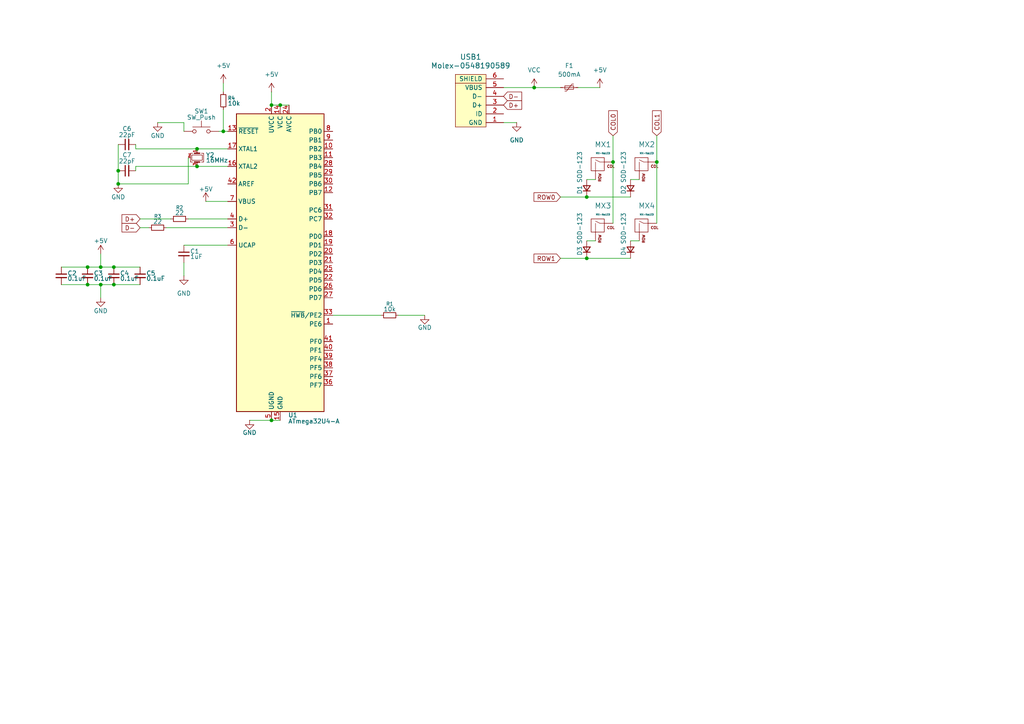
<source format=kicad_sch>
(kicad_sch (version 20250114) (generator "eeschema") (generator_version "9.0")
  (paper "A4")
  (lib_symbols
    (symbol "Device:C_Small" (pin_numbers (hide yes)) (pin_names (offset 0.254) (hide yes))
      (property "Reference" "C" (at 0.254 1.778 0))
      (property "Value" "C_Small" (at 0.254 -2.032 0))
      (symbol "C_Small_0_1"
        (polyline (pts (xy -1.524 0.508) (xy 1.524 0.508)) (stroke (width 0.3048)))
        (polyline (pts (xy -1.524 -0.508) (xy 1.524 -0.508)) (stroke (width 0.3302)))
      )
      (symbol "C_Small_1_1"
        (pin passive line (at 0 2.54 270) (length 2.032) (name "~") (number "1"))
        (pin passive line (at 0 -2.54 90) (length 2.032) (name "~") (number "2"))
      )
    )
    (symbol "Device:Crystal_GND24_Small" (pin_names (offset 1.016) (hide yes))
      (property "Reference" "Y" (at 1.27 4.445 0))
      (property "Value" "Crystal_GND24_Small" (at 1.27 2.54 0))
      (symbol "Crystal_GND24_Small_0_1"
        (polyline (pts (xy -1.27 1.27) (xy -1.27 1.905) (xy 1.27 1.905) (xy 1.27 1.27)))
        (polyline (pts (xy -1.27 -0.762) (xy -1.27 0.762)) (stroke (width 0.381)))
        (polyline (pts (xy -1.27 -1.27) (xy -1.27 -1.905) (xy 1.27 -1.905) (xy 1.27 -1.27)))
        (rectangle (start -0.762 -1.524) (end 0.762 1.524))
        (polyline (pts (xy 1.27 -0.762) (xy 1.27 0.762)) (stroke (width 0.381)))
      )
      (symbol "Crystal_GND24_Small_1_1"
        (pin passive line (at -2.54 0 0) (length 1.27) (name "1") (number "1"))
        (pin passive line (at 0 -2.54 90) (length 0.635) (name "G") (number "2"))
        (pin passive line (at 0 -2.54 90) (length 0.635) (hide yes) (name "G") (number "4"))
        (pin passive line (at 2.54 0 180) (length 1.27) (name "3") (number "3"))
      )
    )
    (symbol "Device:D_Small" (pin_numbers (hide yes)) (pin_names (offset 0.254) (hide yes))
      (property "Reference" "D" (at -1.27 2.032 0))
      (property "Value" "D_Small" (at -3.81 -2.032 0))
      (symbol "D_Small_0_1"
        (polyline (pts (xy -0.762 0) (xy 0.762 0)))
        (polyline (pts (xy -0.762 -1.016) (xy -0.762 1.016)) (stroke (width 0.254)))
        (polyline (pts (xy 0.762 -1.016) (xy -0.762 0) (xy 0.762 1.016) (xy 0.762 -1.016)) (stroke (width 0.254)))
      )
      (symbol "D_Small_1_1"
        (pin passive line (at -2.54 0 0) (length 1.778) (name "K") (number "1"))
        (pin passive line (at 2.54 0 180) (length 1.778) (name "A") (number "2"))
      )
    )
    (symbol "Device:Polyfuse_Small" (pin_numbers (hide yes)) (pin_names (offset 0))
      (property "Reference" "F" (at -1.905 0 90))
      (property "Value" "Polyfuse_Small" (at 1.905 0 90))
      (symbol "Polyfuse_Small_0_1"
        (polyline (pts (xy -1.016 1.27) (xy -1.016 0.762) (xy 1.016 -0.762) (xy 1.016 -1.27)))
        (rectangle (start -0.508 1.27) (end 0.508 -1.27))
        (polyline (pts (xy 0 2.54) (xy 0 -2.54)))
      )
      (symbol "Polyfuse_Small_1_1"
        (pin passive line (at 0 2.54 270) (length 0.635) (name "~") (number "1"))
        (pin passive line (at 0 -2.54 90) (length 0.635) (name "~") (number "2"))
      )
    )
    (symbol "Device:R_Small" (pin_numbers (hide yes)) (pin_names (offset 0.254) (hide yes))
      (property "Reference" "R" (at 0 0 90))
      (property "Value" "R_Small" (at 1.778 0 90))
      (symbol "R_Small_0_1"
        (rectangle (start -0.762 1.778) (end 0.762 -1.778) (stroke (width 0.2032)))
      )
      (symbol "R_Small_1_1"
        (pin passive line (at 0 2.54 270) (length 0.762) (name "~") (number "1"))
        (pin passive line (at 0 -2.54 90) (length 0.762) (name "~") (number "2"))
      )
    )
    (symbol "MCU_Microchip_ATmega:ATmega32U4-A"
      (property "Reference" "U" (at -12.7 44.45 0))
      (property "Value" "ATmega32U4-A" (at 2.54 -44.45 0))
      (symbol "ATmega32U4-A_0_1"
        (rectangle (start -12.7 -43.18) (end 12.7 43.18) (stroke (width 0.254)) (fill (type background)))
      )
      (symbol "ATmega32U4-A_1_1"
        (pin input line (at -15.24 38.1 0) (length 2.54) (name "~{RESET}") (number "13"))
        (pin input line (at -15.24 33.02 0) (length 2.54) (name "XTAL1") (number "17"))
        (pin output line (at -15.24 27.94 0) (length 2.54) (name "XTAL2") (number "16"))
        (pin passive line (at -15.24 22.86 0) (length 2.54) (name "AREF") (number "42"))
        (pin input line (at -15.24 17.78 0) (length 2.54) (name "VBUS") (number "7"))
        (pin bidirectional line (at -15.24 12.7 0) (length 2.54) (name "D+") (number "4"))
        (pin bidirectional line (at -15.24 10.16 0) (length 2.54) (name "D-") (number "3"))
        (pin passive line (at -15.24 5.08 0) (length 2.54) (name "UCAP") (number "6"))
        (pin power_in line (at -2.54 45.72 270) (length 2.54) (name "UVCC") (number "2"))
        (pin passive line (at -2.54 -45.72 90) (length 2.54) (name "UGND") (number "5"))
        (pin power_in line (at 0 45.72 270) (length 2.54) (name "VCC") (number "14"))
        (pin passive line (at 0 45.72 270) (length 2.54) (hide yes) (name "VCC") (number "34"))
        (pin power_in line (at 0 -45.72 90) (length 2.54) (name "GND") (number "15"))
        (pin passive line (at 0 -45.72 90) (length 2.54) (hide yes) (name "GND") (number "23"))
        (pin passive line (at 0 -45.72 90) (length 2.54) (hide yes) (name "GND") (number "35"))
        (pin passive line (at 0 -45.72 90) (length 2.54) (hide yes) (name "GND") (number "43"))
        (pin power_in line (at 2.54 45.72 270) (length 2.54) (name "AVCC") (number "24"))
        (pin passive line (at 2.54 45.72 270) (length 2.54) (hide yes) (name "AVCC") (number "44"))
        (pin bidirectional line (at 15.24 38.1 180) (length 2.54) (name "PB0") (number "8"))
        (pin bidirectional line (at 15.24 35.56 180) (length 2.54) (name "PB1") (number "9"))
        (pin bidirectional line (at 15.24 33.02 180) (length 2.54) (name "PB2") (number "10"))
        (pin bidirectional line (at 15.24 30.48 180) (length 2.54) (name "PB3") (number "11"))
        (pin bidirectional line (at 15.24 27.94 180) (length 2.54) (name "PB4") (number "28"))
        (pin bidirectional line (at 15.24 25.4 180) (length 2.54) (name "PB5") (number "29"))
        (pin bidirectional line (at 15.24 22.86 180) (length 2.54) (name "PB6") (number "30"))
        (pin bidirectional line (at 15.24 20.32 180) (length 2.54) (name "PB7") (number "12"))
        (pin bidirectional line (at 15.24 15.24 180) (length 2.54) (name "PC6") (number "31"))
        (pin bidirectional line (at 15.24 12.7 180) (length 2.54) (name "PC7") (number "32"))
        (pin bidirectional line (at 15.24 7.62 180) (length 2.54) (name "PD0") (number "18"))
        (pin bidirectional line (at 15.24 5.08 180) (length 2.54) (name "PD1") (number "19"))
        (pin bidirectional line (at 15.24 2.54 180) (length 2.54) (name "PD2") (number "20"))
        (pin bidirectional line (at 15.24 0 180) (length 2.54) (name "PD3") (number "21"))
        (pin bidirectional line (at 15.24 -2.54 180) (length 2.54) (name "PD4") (number "25"))
        (pin bidirectional line (at 15.24 -5.08 180) (length 2.54) (name "PD5") (number "22"))
        (pin bidirectional line (at 15.24 -7.62 180) (length 2.54) (name "PD6") (number "26"))
        (pin bidirectional line (at 15.24 -10.16 180) (length 2.54) (name "PD7") (number "27"))
        (pin bidirectional line (at 15.24 -15.24 180) (length 2.54) (name "~{HWB}/PE2") (number "33"))
        (pin bidirectional line (at 15.24 -17.78 180) (length 2.54) (name "PE6") (number "1"))
        (pin bidirectional line (at 15.24 -22.86 180) (length 2.54) (name "PF0") (number "41"))
        (pin bidirectional line (at 15.24 -25.4 180) (length 2.54) (name "PF1") (number "40"))
        (pin bidirectional line (at 15.24 -27.94 180) (length 2.54) (name "PF4") (number "39"))
        (pin bidirectional line (at 15.24 -30.48 180) (length 2.54) (name "PF5") (number "38"))
        (pin bidirectional line (at 15.24 -33.02 180) (length 2.54) (name "PF6") (number "37"))
        (pin bidirectional line (at 15.24 -35.56 180) (length 2.54) (name "PF7") (number "36"))
      )
    )
    (symbol "MX_Alps_Hybrid:MX-NoLED" (pin_names (offset 1.016))
      (property "Reference" "MX" (at -0.635 3.81 0))
      (property "Value" "MX-NoLED" (at -0.635 1.27 0))
      (symbol "MX-NoLED_0_0"
        (rectangle (start -2.54 2.54) (end 1.27 -1.27))
        (polyline (pts (xy -1.27 -1.27) (xy -1.27 1.27)) (stroke (width 0.127)))
        (polyline (pts (xy 1.27 1.27) (xy 0 1.27) (xy -1.27 1.905)) (stroke (width 0.127)))
        (text "ROW" (at 0 -1.905 900) (effects (font (size 0.762 0.762)) (justify right)))
        (text "COL" (at 3.175 0 0) (effects (font (size 0.762 0.762))))
      )
      (symbol "MX-NoLED_1_1"
        (pin passive line (at -1.27 -3.81 90) (length 2.54) (name "ROW") (number "2"))
        (pin passive line (at 3.81 1.27 180) (length 2.54) (name "COL") (number "1"))
      )
    )
    (symbol "Switch:SW_Push" (pin_numbers (hide yes)) (pin_names (offset 1.016) (hide yes))
      (property "Reference" "SW" (at 1.27 2.54 0))
      (property "Value" "SW_Push" (at 0 -1.524 0))
      (symbol "SW_Push_0_1"
        (circle (center -2.032 0) (radius 0.508))
        (polyline (pts (xy 0 1.27) (xy 0 3.048)))
        (circle (center 2.032 0) (radius 0.508))
        (polyline (pts (xy 2.54 1.27) (xy -2.54 1.27)))
        (pin passive line (at -5.08 0 0) (length 2.54) (name "1") (number "1"))
        (pin passive line (at 5.08 0 180) (length 2.54) (name "2") (number "2"))
      )
    )
    (symbol "power:+5V" (power) (pin_numbers (hide yes)) (pin_names (offset 0) (hide yes))
      (property "Value" "+5V" (at 0 3.556 0))
      (symbol "+5V_0_1"
        (polyline (pts (xy -0.762 1.27) (xy 0 2.54)))
        (polyline (pts (xy 0 2.54) (xy 0.762 1.27)))
        (polyline (pts (xy 0 0) (xy 0 2.54)))
      )
      (symbol "+5V_1_1"
        (pin power_in line (at 0 0 90) (length 0) (name "~") (number "1"))
      )
    )
    (symbol "power:GND" (power) (pin_numbers (hide yes)) (pin_names (offset 0) (hide yes))
      (property "Value" "GND" (at 0 -3.81 0))
      (symbol "GND_0_1"
        (polyline (pts (xy 0 0) (xy 0 -1.27) (xy 1.27 -1.27) (xy 0 -2.54) (xy -1.27 -1.27) (xy 0 -1.27)))
      )
      (symbol "GND_1_1"
        (pin power_in line (at 0 0 270) (length 0) (name "~") (number "1"))
      )
    )
    (symbol "power:VCC" (power) (pin_numbers (hide yes)) (pin_names (offset 0) (hide yes))
      (property "Value" "VCC" (at 0 3.556 0))
      (symbol "VCC_0_1"
        (polyline (pts (xy -0.762 1.27) (xy 0 2.54)))
        (polyline (pts (xy 0 2.54) (xy 0.762 1.27)))
        (polyline (pts (xy 0 0) (xy 0 2.54)))
      )
      (symbol "VCC_1_1"
        (pin power_in line (at 0 0 90) (length 0) (name "~") (number "1"))
      )
    )
    (symbol "random-keyboard-parts:Molex-0548190589" (pin_names (offset 1.016))
      (property "Reference" "USB" (at 0 7.62 0))
      (property "Value" "Molex-0548190589" (at 0 10.16 0))
      (symbol "Molex-0548190589_0_0"
        (polyline (pts (xy 6.35 -2.54) (xy 6.35 6.35)))
        (rectangle (start 8.89 -2.54) (end -6.35 6.35) (fill (type background)))
      )
      (symbol "Molex-0548190589_1_1"
        (pin input line (at -5.08 -7.62 90) (length 5.08) (name "GND") (number "1"))
        (pin input line (at -2.54 -7.62 90) (length 5.08) (name "ID") (number "2"))
        (pin input line (at 0 -7.62 90) (length 5.08) (name "D+") (number "3"))
        (pin input line (at 2.54 -7.62 90) (length 5.08) (name "D-") (number "4"))
        (pin input line (at 5.08 -7.62 90) (length 5.08) (name "VBUS") (number "5"))
        (pin input line (at 7.62 -7.62 90) (length 5.08) (name "SHIELD") (number "6"))
      )
    )
  )
  (junction (at 29.21 82.55))
  (junction (at 25.4 77.47))
  (junction (at 57.15 43.18))
  (junction (at 170.18 57.15))
  (junction (at 78.74 121.92))
  (junction (at 34.29 53.34))
  (junction (at 81.28 30.48))
  (junction (at 177.8 46.99))
  (junction (at 33.02 77.47))
  (junction (at 154.94 25.4))
  (junction (at 57.15 48.26))
  (junction (at 64.77 38.1))
  (junction (at 29.21 77.47))
  (junction (at 34.29 49.53))
  (junction (at 78.74 30.48))
  (junction (at 170.18 74.93))
  (junction (at 25.4 82.55))
  (junction (at 190.5 46.99))
  (junction (at 33.02 82.55))
  (wire (pts (xy 146.05 35.56) (xy 149.86 35.56)))
  (wire (pts (xy 177.8 46.99) (xy 177.8 64.77)))
  (wire (pts (xy 54.61 53.34) (xy 34.29 53.34)))
  (wire (pts (xy 115.57 91.44) (xy 123.19 91.44)))
  (wire (pts (xy 53.34 71.12) (xy 66.04 71.12)))
  (wire (pts (xy 63.5 38.1) (xy 64.77 38.1)))
  (wire (pts (xy 78.74 121.92) (xy 81.28 121.92)))
  (wire (pts (xy 59.69 58.42) (xy 66.04 58.42)))
  (wire (pts (xy 45.72 35.56) (xy 53.34 35.56)))
  (wire (pts (xy 17.78 82.55) (xy 25.4 82.55)))
  (wire (pts (xy 40.64 66.04) (xy 43.18 66.04)))
  (wire (pts (xy 40.64 63.5) (xy 49.53 63.5)))
  (wire (pts (xy 78.74 26.67) (xy 78.74 30.48)))
  (wire (pts (xy 154.94 25.4) (xy 162.56 25.4)))
  (wire (pts (xy 170.18 74.93) (xy 182.88 74.93)))
  (wire (pts (xy 170.18 57.15) (xy 182.88 57.15)))
  (wire (pts (xy 64.77 38.1) (xy 66.04 38.1)))
  (wire (pts (xy 57.15 43.18) (xy 66.04 43.18)))
  (wire (pts (xy 33.02 82.55) (xy 40.64 82.55)))
  (wire (pts (xy 33.02 77.47) (xy 40.64 77.47)))
  (wire (pts (xy 57.15 48.26) (xy 66.04 48.26)))
  (wire (pts (xy 170.18 52.07) (xy 172.72 52.07)))
  (wire (pts (xy 182.88 52.07) (xy 185.42 52.07)))
  (wire (pts (xy 34.29 49.53) (xy 34.29 53.34)))
  (wire (pts (xy 39.37 43.18) (xy 57.15 43.18)))
  (wire (pts (xy 48.26 66.04) (xy 66.04 66.04)))
  (wire (pts (xy 29.21 73.66) (xy 29.21 77.47)))
  (wire (pts (xy 177.8 39.37) (xy 177.8 46.99)))
  (wire (pts (xy 190.5 46.99) (xy 190.5 64.77)))
  (wire (pts (xy 53.34 38.1) (xy 53.34 35.56)))
  (wire (pts (xy 64.77 24.13) (xy 64.77 26.67)))
  (wire (pts (xy 64.77 31.75) (xy 64.77 38.1)))
  (wire (pts (xy 25.4 82.55) (xy 29.21 82.55)))
  (wire (pts (xy 167.64 25.4) (xy 173.99 25.4)))
  (wire (pts (xy 170.18 69.85) (xy 172.72 69.85)))
  (wire (pts (xy 81.28 30.48) (xy 83.82 30.48)))
  (wire (pts (xy 39.37 48.26) (xy 57.15 48.26)))
  (wire (pts (xy 190.5 39.37) (xy 190.5 46.99)))
  (wire (pts (xy 54.61 63.5) (xy 66.04 63.5)))
  (wire (pts (xy 96.52 91.44) (xy 110.49 91.44)))
  (wire (pts (xy 39.37 41.91) (xy 39.37 43.18)))
  (wire (pts (xy 34.29 41.91) (xy 34.29 49.53)))
  (wire (pts (xy 182.88 69.85) (xy 185.42 69.85)))
  (wire (pts (xy 39.37 49.53) (xy 39.37 48.26)))
  (wire (pts (xy 162.56 57.15) (xy 170.18 57.15)))
  (wire (pts (xy 146.05 25.4) (xy 154.94 25.4)))
  (wire (pts (xy 162.56 74.93) (xy 170.18 74.93)))
  (wire (pts (xy 54.61 45.72) (xy 54.61 53.34)))
  (wire (pts (xy 25.4 77.47) (xy 29.21 77.47)))
  (wire (pts (xy 29.21 77.47) (xy 33.02 77.47)))
  (wire (pts (xy 29.21 82.55) (xy 33.02 82.55)))
  (wire (pts (xy 78.74 30.48) (xy 81.28 30.48)))
  (wire (pts (xy 29.21 86.36) (xy 29.21 82.55)))
  (wire (pts (xy 72.39 121.92) (xy 78.74 121.92)))
  (wire (pts (xy 17.78 77.47) (xy 25.4 77.47)))
  (wire (pts (xy 53.34 76.2) (xy 53.34 80.01)))
  (global_label "D+" (shape input) (at 146.05 30.48 0) (property "Intersheetrefs" "${INTERSHEET_REFS}" (effects (hide yes))))
  (global_label "COL1" (shape input) (at 190.5 39.37 90) (property "Intersheetrefs" "${INTERSHEET_REFS}" (effects (hide yes))))
  (global_label "D-" (shape input) (at 146.05 27.94 0) (property "Intersheetrefs" "${INTERSHEET_REFS}" (effects (hide yes))))
  (global_label "ROW0" (shape input) (at 162.56 57.15 180) (property "Intersheetrefs" "${INTERSHEET_REFS}" (effects (hide yes))))
  (global_label "D-" (shape input) (at 40.64 66.04 180) (property "Intersheetrefs" "${INTERSHEET_REFS}" (effects (hide yes))))
  (global_label "ROW1" (shape input) (at 162.56 74.93 180) (property "Intersheetrefs" "${INTERSHEET_REFS}" (effects (hide yes))))
  (global_label "COL0" (shape input) (at 177.8 39.37 90) (property "Intersheetrefs" "${INTERSHEET_REFS}" (effects (hide yes))))
  (global_label "D+" (shape input) (at 40.64 63.5 180) (property "Intersheetrefs" "${INTERSHEET_REFS}" (effects (hide yes))))
  (symbol (lib_id "Device:R_Small") (at 52.07 63.5 90) (unit 1)
    (property "Reference" "R2" (at 52.07 60.198 90) (effects (font (size 1.016 1.016))))
    (property "Value" "22" (at 52.07 61.722 90))
    (property "Footprint" "Resistor_SMD:R_0805_2012Metric" (effects (hide yes)))
    (property "Description" "Resistor, small symbol" (effects (hide yes)))
  )
  (symbol (lib_id "power:GND") (at 53.34 80.01 0) (unit 1)
    (property "Reference" "#PWR013" (effects (hide yes)))
    (property "Value" "GND" (at 53.34 85.09 0))
    (property "Description" "Power symbol creates a global label with name \"GND\" , ground" (effects (hide yes)))
  )
  (symbol (lib_id "MX_Alps_Hybrid:MX-NoLED") (at 173.99 48.26 0) (unit 1)
    (property "Reference" "MX1" (at 174.8852 41.91 0) (effects (font (size 1.524 1.524))))
    (property "Value" "MX-NoLED" (at 174.8852 44.45 0) (effects (font (size 0.508 0.508))))
    (property "Footprint" "MX_Alps_Hybrid:MX-1U-NoLED" (effects (hide yes)))
  )
  (symbol (lib_id "Device:R_Small") (at 64.77 29.21 0) (unit 1)
    (property "Reference" "R4" (at 66.04 28.448 0) (effects (font (size 1.016 1.016)) (justify left)))
    (property "Value" "10k" (at 66.04 29.972 0) (effects (justify left)))
    (property "Footprint" "Resistor_SMD:R_0805_2012Metric" (effects (hide yes)))
    (property "Description" "Resistor, small symbol" (effects (hide yes)))
  )
  (symbol (lib_id "Device:C_Small") (at 36.83 41.91 90) (unit 1)
    (property "Reference" "C6" (at 36.83 37.338 90))
    (property "Value" "22pF" (at 36.83 39.116 90))
    (property "Footprint" "Capacitor_SMD:C_0805_2012Metric" (effects (hide yes)))
    (property "Description" "Unpolarized capacitor, small symbol" (effects (hide yes)))
  )
  (symbol (lib_id "power:+5V") (at 173.99 25.4 0) (unit 1)
    (property "Reference" "#PWR011" (effects (hide yes)))
    (property "Value" "+5V" (at 173.99 20.32 0))
    (property "Description" "Power symbol creates a global label with name \"+5V\"" (effects (hide yes)))
  )
  (symbol (lib_id "Device:D_Small") (at 182.88 72.39 90) (unit 1)
    (property "Reference" "D4" (at 180.848 74.168 0) (effects (justify left)))
    (property "Value" "SOD-123" (at 180.848 70.866 0) (effects (justify left)))
    (property "Footprint" "Diode_SMD:D_SOD-123" (effects (hide yes)))
    (property "Description" "Diode, small symbol" (effects (hide yes)))
    (property "Sim.Device" "D" (effects (hide yes)))
    (property "Sim.Pins" "1=K 2=A" (effects (hide yes)))
  )
  (symbol (lib_id "MX_Alps_Hybrid:MX-NoLED") (at 186.69 48.26 0) (unit 1)
    (property "Reference" "MX2" (at 187.5852 41.91 0) (effects (font (size 1.524 1.524))))
    (property "Value" "MX-NoLED" (at 187.5852 44.45 0) (effects (font (size 0.508 0.508))))
    (property "Footprint" "MX_Alps_Hybrid:MX-1U-NoLED" (effects (hide yes)))
  )
  (symbol (lib_id "Device:C_Small") (at 36.83 49.53 90) (unit 1)
    (property "Reference" "C7" (at 36.83 44.958 90))
    (property "Value" "22pF" (at 36.83 46.736 90))
    (property "Footprint" "Capacitor_SMD:C_0805_2012Metric" (effects (hide yes)))
    (property "Description" "Unpolarized capacitor, small symbol" (effects (hide yes)))
  )
  (symbol (lib_id "Device:C_Small") (at 40.64 80.01 0) (unit 1)
    (property "Reference" "C5" (at 42.418 79.248 0) (effects (justify left)))
    (property "Value" "0.1uF" (at 42.418 80.772 0) (effects (justify left)))
    (property "Footprint" "Capacitor_SMD:C_0805_2012Metric" (effects (hide yes)))
    (property "Description" "Unpolarized capacitor, small symbol" (effects (hide yes)))
  )
  (symbol (lib_id "power:GND") (at 72.39 121.92 0) (unit 1)
    (property "Reference" "#PWR02" (effects (hide yes)))
    (property "Value" "GND" (at 72.39 125.476 0))
    (property "Description" "Power symbol creates a global label with name \"GND\" , ground" (effects (hide yes)))
  )
  (symbol (lib_id "power:GND") (at 123.19 91.44 0) (unit 1)
    (property "Reference" "#PWR03" (effects (hide yes)))
    (property "Value" "GND" (at 123.19 94.996 0))
    (property "Description" "Power symbol creates a global label with name \"GND\" , ground" (effects (hide yes)))
  )
  (symbol (lib_id "Device:D_Small") (at 182.88 54.61 90) (unit 1)
    (property "Reference" "D2" (at 180.848 56.388 0) (effects (justify left)))
    (property "Value" "SOD-123" (at 180.848 53.086 0) (effects (justify left)))
    (property "Footprint" "Diode_SMD:D_SOD-123" (effects (hide yes)))
    (property "Description" "Diode, small symbol" (effects (hide yes)))
    (property "Sim.Device" "D" (effects (hide yes)))
    (property "Sim.Pins" "1=K 2=A" (effects (hide yes)))
  )
  (symbol (lib_id "Device:C_Small") (at 17.78 80.01 0) (unit 1)
    (property "Reference" "C2" (at 19.558 79.248 0) (effects (justify left)))
    (property "Value" "0.1uF" (at 19.558 80.772 0) (effects (justify left)))
    (property "Footprint" "Capacitor_SMD:C_0805_2012Metric" (effects (hide yes)))
    (property "Description" "Unpolarized capacitor, small symbol" (effects (hide yes)))
  )
  (symbol (lib_id "MCU_Microchip_ATmega:ATmega32U4-A") (at 81.28 76.2 0) (unit 1)
    (property "Reference" "U1" (at 83.566 120.396 0) (effects (justify left)))
    (property "Value" "ATmega32U4-A" (at 83.566 122.174 0) (effects (justify left)))
    (property "Footprint" "Package_QFP:TQFP-44_10x10mm_P0.8mm" (effects (hide yes)))
    (property "Datasheet" "http://ww1.microchip.com/downloads/en/DeviceDoc/Atmel-7766-8-bit-AVR-ATmega16U4-32U4_Datasheet.pdf" (effects (hide yes)))
    (property "Description" "16MHz, 32kB Flash, 2.5kB SRAM, 1kB EEPROM, USB 2.0, TQFP-44" (effects (hide yes)))
  )
  (symbol (lib_id "Device:Polyfuse_Small") (at 165.1 25.4 90) (unit 1)
    (property "Reference" "F1" (at 165.1 19.05 90))
    (property "Value" "500mA" (at 165.1 21.59 90))
    (property "Footprint" "Fuse:Fuse_1206_3216Metric" (effects (hide yes)))
    (property "Description" "Resettable fuse, polymeric positive temperature coefficient, small symbol" (effects (hide yes)))
  )
  (symbol (lib_id "power:+5V") (at 29.21 73.66 0) (unit 1)
    (property "Reference" "#PWR05" (effects (hide yes)))
    (property "Value" "+5V" (at 29.21 69.85 0))
    (property "Description" "Power symbol creates a global label with name \"+5V\"" (effects (hide yes)))
  )
  (symbol (lib_id "power:GND") (at 34.29 53.34 0) (unit 1)
    (property "Reference" "#PWR07" (effects (hide yes)))
    (property "Value" "GND" (at 34.29 57.15 0))
    (property "Description" "Power symbol creates a global label with name \"GND\" , ground" (effects (hide yes)))
  )
  (symbol (lib_id "Device:D_Small") (at 170.18 54.61 90) (unit 1)
    (property "Reference" "D1" (at 168.148 56.388 0) (effects (justify left)))
    (property "Value" "SOD-123" (at 168.148 53.086 0) (effects (justify left)))
    (property "Footprint" "Diode_SMD:D_SOD-123" (effects (hide yes)))
    (property "Description" "Diode, small symbol" (effects (hide yes)))
    (property "Sim.Device" "D" (effects (hide yes)))
    (property "Sim.Pins" "1=K 2=A" (effects (hide yes)))
  )
  (symbol (lib_id "Device:R_Small") (at 113.03 91.44 90) (unit 1)
    (property "Reference" "R1" (at 113.03 88.138 90) (effects (font (size 1.016 1.016))))
    (property "Value" "10k" (at 113.03 89.662 90))
    (property "Footprint" "Resistor_SMD:R_0805_2012Metric" (effects (hide yes)))
    (property "Description" "Resistor, small symbol" (effects (hide yes)))
  )
  (symbol (lib_id "power:+5V") (at 64.77 24.13 0) (unit 1)
    (property "Reference" "#PWR09" (effects (hide yes)))
    (property "Value" "+5V" (at 64.77 19.05 0))
    (property "Description" "Power symbol creates a global label with name \"+5V\"" (effects (hide yes)))
  )
  (symbol (lib_id "Device:Crystal_GND24_Small") (at 57.15 45.72 270) (unit 1)
    (property "Reference" "Y2" (at 59.69 44.958 90) (effects (justify left)))
    (property "Value" "16MHz" (at 59.69 46.482 90) (effects (justify left)))
    (property "Footprint" "Crystal:Crystal_SMD_3225-4Pin_3.2x2.5mm" (effects (hide yes)))
    (property "Description" "Four pin crystal, GND on pins 2 and 4, small symbol" (effects (hide yes)))
    (property private "KLC_S3.3" "The rectangle is not a symbol body but a graphical element" (effects (hide yes)))
    (property private "KLC_S4.1" "Some pins are on 50mil grid to make the symbol small" (effects (hide yes)))
  )
  (symbol (lib_id "power:+5V") (at 59.69 58.42 0) (unit 1)
    (property "Reference" "#PWR06" (effects (hide yes)))
    (property "Value" "+5V" (at 59.69 54.864 0))
    (property "Description" "Power symbol creates a global label with name \"+5V\"" (effects (hide yes)))
  )
  (symbol (lib_id "power:GND") (at 45.72 35.56 0) (unit 1)
    (property "Reference" "#PWR08" (effects (hide yes)))
    (property "Value" "GND" (at 45.72 39.37 0))
    (property "Description" "Power symbol creates a global label with name \"GND\" , ground" (effects (hide yes)))
  )
  (symbol (lib_id "Device:C_Small") (at 25.4 80.01 0) (unit 1)
    (property "Reference" "C3" (at 27.178 79.248 0) (effects (justify left)))
    (property "Value" "0.1uF" (at 27.178 80.772 0) (effects (justify left)))
    (property "Footprint" "Capacitor_SMD:C_0805_2012Metric" (effects (hide yes)))
    (property "Description" "Unpolarized capacitor, small symbol" (effects (hide yes)))
  )
  (symbol (lib_id "Device:C_Small") (at 33.02 80.01 0) (unit 1)
    (property "Reference" "C4" (at 34.798 79.248 0) (effects (justify left)))
    (property "Value" "0.1uF" (at 34.798 80.772 0) (effects (justify left)))
    (property "Footprint" "Capacitor_SMD:C_0805_2012Metric" (effects (hide yes)))
    (property "Description" "Unpolarized capacitor, small symbol" (effects (hide yes)))
  )
  (symbol (lib_id "Device:R_Small") (at 45.72 66.04 90) (unit 1)
    (property "Reference" "R3" (at 45.72 62.738 90) (effects (font (size 1.016 1.016))))
    (property "Value" "22" (at 45.72 64.262 90))
    (property "Footprint" "Resistor_SMD:R_0805_2012Metric" (effects (hide yes)))
    (property "Description" "Resistor, small symbol" (effects (hide yes)))
  )
  (symbol (lib_id "power:GND") (at 149.86 35.56 0) (unit 1)
    (property "Reference" "#PWR012" (effects (hide yes)))
    (property "Value" "GND" (at 149.86 40.64 0))
    (property "Description" "Power symbol creates a global label with name \"GND\" , ground" (effects (hide yes)))
  )
  (symbol (lib_id "MX_Alps_Hybrid:MX-NoLED") (at 186.69 66.04 0) (unit 1)
    (property "Reference" "MX4" (at 187.5852 59.69 0) (effects (font (size 1.524 1.524))))
    (property "Value" "MX-NoLED" (at 187.5852 62.23 0) (effects (font (size 0.508 0.508))))
    (property "Footprint" "MX_Alps_Hybrid:MX-1U-NoLED" (effects (hide yes)))
  )
  (symbol (lib_id "power:+5V") (at 78.74 26.67 0) (unit 1)
    (property "Reference" "#PWR01" (effects (hide yes)))
    (property "Value" "+5V" (at 78.74 21.59 0))
    (property "Description" "Power symbol creates a global label with name \"+5V\"" (effects (hide yes)))
  )
  (symbol (lib_id "Switch:SW_Push") (at 58.42 38.1 0) (unit 1)
    (property "Reference" "SW1" (at 58.42 32.258 0))
    (property "Value" "SW_Push" (at 58.42 34.036 0))
    (property "Footprint" "random-keyboard-parts:SKQG-1155865" (effects (hide yes)))
    (property "Description" "Push button switch, generic, two pins" (effects (hide yes)))
  )
  (symbol (lib_id "Device:D_Small") (at 170.18 72.39 90) (unit 1)
    (property "Reference" "D3" (at 168.148 74.168 0) (effects (justify left)))
    (property "Value" "SOD-123" (at 168.148 70.866 0) (effects (justify left)))
    (property "Footprint" "Diode_SMD:D_SOD-123" (effects (hide yes)))
    (property "Description" "Diode, small symbol" (effects (hide yes)))
    (property "Sim.Device" "D" (effects (hide yes)))
    (property "Sim.Pins" "1=K 2=A" (effects (hide yes)))
  )
  (symbol (lib_id "Device:C_Small") (at 53.34 73.66 0) (unit 1)
    (property "Reference" "C1" (at 55.118 72.898 0) (effects (justify left)))
    (property "Value" "1uF" (at 55.118 74.422 0) (effects (justify left)))
    (property "Footprint" "Capacitor_SMD:C_0805_2012Metric" (effects (hide yes)))
    (property "Description" "Unpolarized capacitor, small symbol" (effects (hide yes)))
  )
  (symbol (lib_id "random-keyboard-parts:Molex-0548190589") (at 138.43 30.48 90) (unit 1)
    (property "Reference" "USB1" (at 136.525 16.51 90) (effects (font (size 1.524 1.524))))
    (property "Value" "Molex-0548190589" (at 136.525 19.05 90) (effects (font (size 1.524 1.524))))
    (property "Footprint" "random-keyboard-parts:Molex-0548190589" (effects (hide yes)))
  )
  (symbol (lib_id "MX_Alps_Hybrid:MX-NoLED") (at 173.99 66.04 0) (unit 1)
    (property "Reference" "MX3" (at 174.8852 59.69 0) (effects (font (size 1.524 1.524))))
    (property "Value" "MX-NoLED" (at 174.8852 62.23 0) (effects (font (size 0.508 0.508))))
    (property "Footprint" "MX_Alps_Hybrid:MX-1U-NoLED" (effects (hide yes)))
  )
  (symbol (lib_id "power:VCC") (at 154.94 25.4 0) (unit 1)
    (property "Reference" "#PWR010" (effects (hide yes)))
    (property "Value" "VCC" (at 154.94 20.32 0))
    (property "Description" "Power symbol creates a global label with name \"VCC\"" (effects (hide yes)))
  )
  (symbol (lib_id "power:GND") (at 29.21 86.36 0) (unit 1)
    (property "Reference" "#PWR04" (effects (hide yes)))
    (property "Value" "GND" (at 29.21 90.17 0))
    (property "Description" "Power symbol creates a global label with name \"GND\" , ground" (effects (hide yes)))
  )
)
</source>
